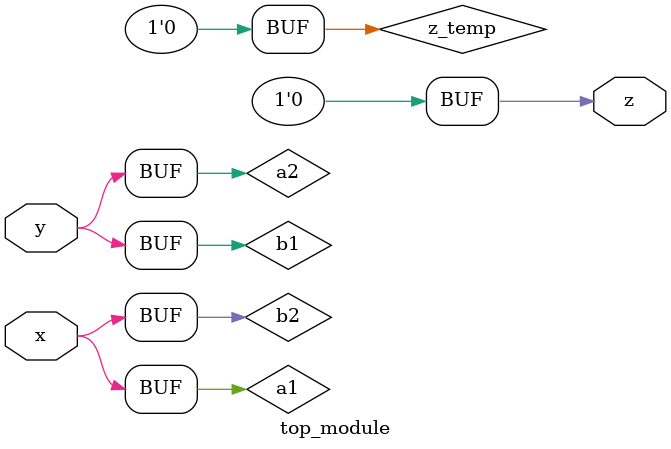
<source format=sv>
module top_module(
    input wire x,
    input wire y,
    output wire z
);

    // First gate
    wire a1, b1;
    assign a1 = x;
    assign b1 = y;
    
    // Second gate
    wire a2, b2;
    assign a2 = y;
    assign b2 = x;
    
    // Third gate
    wire z_temp;
    assign z_temp = a1 & ~b2;
    assign z = z_temp;

endmodule

</source>
